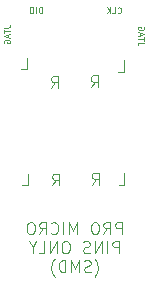
<source format=gbr>
%TF.GenerationSoftware,KiCad,Pcbnew,8.0.3+1*%
%TF.CreationDate,2024-06-27T20:46:53-04:00*%
%TF.ProjectId,XIAO_REV,5849414f-5f52-4455-962e-6b696361645f,rev?*%
%TF.SameCoordinates,Original*%
%TF.FileFunction,Legend,Bot*%
%TF.FilePolarity,Positive*%
%FSLAX46Y46*%
G04 Gerber Fmt 4.6, Leading zero omitted, Abs format (unit mm)*
G04 Created by KiCad (PCBNEW 8.0.3+1) date 2024-06-27 20:46:53*
%MOMM*%
%LPD*%
G01*
G04 APERTURE LIST*
%ADD10C,0.100000*%
G04 APERTURE END LIST*
D10*
X154013609Y-75446667D02*
X154370752Y-75446667D01*
X154370752Y-75446667D02*
X154442180Y-75422858D01*
X154442180Y-75422858D02*
X154489800Y-75375239D01*
X154489800Y-75375239D02*
X154513609Y-75303810D01*
X154513609Y-75303810D02*
X154513609Y-75256191D01*
X154013609Y-75613334D02*
X154013609Y-75899048D01*
X154513609Y-75756191D02*
X154013609Y-75756191D01*
X154370752Y-76041905D02*
X154370752Y-76280000D01*
X154513609Y-75994286D02*
X154013609Y-76160952D01*
X154013609Y-76160952D02*
X154513609Y-76327619D01*
X154037419Y-76756190D02*
X154013609Y-76708571D01*
X154013609Y-76708571D02*
X154013609Y-76637142D01*
X154013609Y-76637142D02*
X154037419Y-76565714D01*
X154037419Y-76565714D02*
X154085038Y-76518095D01*
X154085038Y-76518095D02*
X154132657Y-76494285D01*
X154132657Y-76494285D02*
X154227895Y-76470476D01*
X154227895Y-76470476D02*
X154299323Y-76470476D01*
X154299323Y-76470476D02*
X154394561Y-76494285D01*
X154394561Y-76494285D02*
X154442180Y-76518095D01*
X154442180Y-76518095D02*
X154489800Y-76565714D01*
X154489800Y-76565714D02*
X154513609Y-76637142D01*
X154513609Y-76637142D02*
X154513609Y-76684761D01*
X154513609Y-76684761D02*
X154489800Y-76756190D01*
X154489800Y-76756190D02*
X154465990Y-76779999D01*
X154465990Y-76779999D02*
X154299323Y-76779999D01*
X154299323Y-76779999D02*
X154299323Y-76684761D01*
X165856390Y-76713332D02*
X165499247Y-76713332D01*
X165499247Y-76713332D02*
X165427819Y-76737141D01*
X165427819Y-76737141D02*
X165380200Y-76784760D01*
X165380200Y-76784760D02*
X165356390Y-76856189D01*
X165356390Y-76856189D02*
X165356390Y-76903808D01*
X165856390Y-76546665D02*
X165856390Y-76260951D01*
X165356390Y-76403808D02*
X165856390Y-76403808D01*
X165499247Y-76118094D02*
X165499247Y-75879999D01*
X165356390Y-76165713D02*
X165856390Y-75999047D01*
X165856390Y-75999047D02*
X165356390Y-75832380D01*
X165832580Y-75403809D02*
X165856390Y-75451428D01*
X165856390Y-75451428D02*
X165856390Y-75522857D01*
X165856390Y-75522857D02*
X165832580Y-75594285D01*
X165832580Y-75594285D02*
X165784961Y-75641904D01*
X165784961Y-75641904D02*
X165737342Y-75665714D01*
X165737342Y-75665714D02*
X165642104Y-75689523D01*
X165642104Y-75689523D02*
X165570676Y-75689523D01*
X165570676Y-75689523D02*
X165475438Y-75665714D01*
X165475438Y-75665714D02*
X165427819Y-75641904D01*
X165427819Y-75641904D02*
X165380200Y-75594285D01*
X165380200Y-75594285D02*
X165356390Y-75522857D01*
X165356390Y-75522857D02*
X165356390Y-75475238D01*
X165356390Y-75475238D02*
X165380200Y-75403809D01*
X165380200Y-75403809D02*
X165404009Y-75380000D01*
X165404009Y-75380000D02*
X165570676Y-75380000D01*
X165570676Y-75380000D02*
X165570676Y-75475238D01*
X163627619Y-74185990D02*
X163651428Y-74209800D01*
X163651428Y-74209800D02*
X163722857Y-74233609D01*
X163722857Y-74233609D02*
X163770476Y-74233609D01*
X163770476Y-74233609D02*
X163841904Y-74209800D01*
X163841904Y-74209800D02*
X163889523Y-74162180D01*
X163889523Y-74162180D02*
X163913333Y-74114561D01*
X163913333Y-74114561D02*
X163937142Y-74019323D01*
X163937142Y-74019323D02*
X163937142Y-73947895D01*
X163937142Y-73947895D02*
X163913333Y-73852657D01*
X163913333Y-73852657D02*
X163889523Y-73805038D01*
X163889523Y-73805038D02*
X163841904Y-73757419D01*
X163841904Y-73757419D02*
X163770476Y-73733609D01*
X163770476Y-73733609D02*
X163722857Y-73733609D01*
X163722857Y-73733609D02*
X163651428Y-73757419D01*
X163651428Y-73757419D02*
X163627619Y-73781228D01*
X163175238Y-74233609D02*
X163413333Y-74233609D01*
X163413333Y-74233609D02*
X163413333Y-73733609D01*
X163008571Y-74233609D02*
X163008571Y-73733609D01*
X162722857Y-74233609D02*
X162937142Y-73947895D01*
X162722857Y-73733609D02*
X163008571Y-74019323D01*
X157211904Y-74213609D02*
X157211904Y-73713609D01*
X157211904Y-73713609D02*
X157092856Y-73713609D01*
X157092856Y-73713609D02*
X157021428Y-73737419D01*
X157021428Y-73737419D02*
X156973809Y-73785038D01*
X156973809Y-73785038D02*
X156949999Y-73832657D01*
X156949999Y-73832657D02*
X156926190Y-73927895D01*
X156926190Y-73927895D02*
X156926190Y-73999323D01*
X156926190Y-73999323D02*
X156949999Y-74094561D01*
X156949999Y-74094561D02*
X156973809Y-74142180D01*
X156973809Y-74142180D02*
X157021428Y-74189800D01*
X157021428Y-74189800D02*
X157092856Y-74213609D01*
X157092856Y-74213609D02*
X157211904Y-74213609D01*
X156711904Y-74213609D02*
X156711904Y-73713609D01*
X156378571Y-73713609D02*
X156283333Y-73713609D01*
X156283333Y-73713609D02*
X156235714Y-73737419D01*
X156235714Y-73737419D02*
X156188095Y-73785038D01*
X156188095Y-73785038D02*
X156164285Y-73880276D01*
X156164285Y-73880276D02*
X156164285Y-74046942D01*
X156164285Y-74046942D02*
X156188095Y-74142180D01*
X156188095Y-74142180D02*
X156235714Y-74189800D01*
X156235714Y-74189800D02*
X156283333Y-74213609D01*
X156283333Y-74213609D02*
X156378571Y-74213609D01*
X156378571Y-74213609D02*
X156426190Y-74189800D01*
X156426190Y-74189800D02*
X156473809Y-74142180D01*
X156473809Y-74142180D02*
X156497618Y-74046942D01*
X156497618Y-74046942D02*
X156497618Y-73880276D01*
X156497618Y-73880276D02*
X156473809Y-73785038D01*
X156473809Y-73785038D02*
X156426190Y-73737419D01*
X156426190Y-73737419D02*
X156378571Y-73713609D01*
X161350476Y-80502419D02*
X161683809Y-80026228D01*
X161921904Y-80502419D02*
X161921904Y-79502419D01*
X161921904Y-79502419D02*
X161540952Y-79502419D01*
X161540952Y-79502419D02*
X161445714Y-79550038D01*
X161445714Y-79550038D02*
X161398095Y-79597657D01*
X161398095Y-79597657D02*
X161350476Y-79692895D01*
X161350476Y-79692895D02*
X161350476Y-79835752D01*
X161350476Y-79835752D02*
X161398095Y-79930990D01*
X161398095Y-79930990D02*
X161445714Y-79978609D01*
X161445714Y-79978609D02*
X161540952Y-80026228D01*
X161540952Y-80026228D02*
X161921904Y-80026228D01*
X155470476Y-78992419D02*
X155946666Y-78992419D01*
X155946666Y-78992419D02*
X155946666Y-77992419D01*
X163650476Y-79192419D02*
X164126666Y-79192419D01*
X164126666Y-79192419D02*
X164126666Y-78192419D01*
X158080476Y-88802419D02*
X158413809Y-88326228D01*
X158651904Y-88802419D02*
X158651904Y-87802419D01*
X158651904Y-87802419D02*
X158270952Y-87802419D01*
X158270952Y-87802419D02*
X158175714Y-87850038D01*
X158175714Y-87850038D02*
X158128095Y-87897657D01*
X158128095Y-87897657D02*
X158080476Y-87992895D01*
X158080476Y-87992895D02*
X158080476Y-88135752D01*
X158080476Y-88135752D02*
X158128095Y-88230990D01*
X158128095Y-88230990D02*
X158175714Y-88278609D01*
X158175714Y-88278609D02*
X158270952Y-88326228D01*
X158270952Y-88326228D02*
X158651904Y-88326228D01*
X163720476Y-88752419D02*
X164196666Y-88752419D01*
X164196666Y-88752419D02*
X164196666Y-87752419D01*
X155540476Y-88802419D02*
X156016666Y-88802419D01*
X156016666Y-88802419D02*
X156016666Y-87802419D01*
X161440476Y-88742419D02*
X161773809Y-88266228D01*
X162011904Y-88742419D02*
X162011904Y-87742419D01*
X162011904Y-87742419D02*
X161630952Y-87742419D01*
X161630952Y-87742419D02*
X161535714Y-87790038D01*
X161535714Y-87790038D02*
X161488095Y-87837657D01*
X161488095Y-87837657D02*
X161440476Y-87932895D01*
X161440476Y-87932895D02*
X161440476Y-88075752D01*
X161440476Y-88075752D02*
X161488095Y-88170990D01*
X161488095Y-88170990D02*
X161535714Y-88218609D01*
X161535714Y-88218609D02*
X161630952Y-88266228D01*
X161630952Y-88266228D02*
X162011904Y-88266228D01*
X163989999Y-92932531D02*
X163989999Y-91932531D01*
X163989999Y-91932531D02*
X163609047Y-91932531D01*
X163609047Y-91932531D02*
X163513809Y-91980150D01*
X163513809Y-91980150D02*
X163466190Y-92027769D01*
X163466190Y-92027769D02*
X163418571Y-92123007D01*
X163418571Y-92123007D02*
X163418571Y-92265864D01*
X163418571Y-92265864D02*
X163466190Y-92361102D01*
X163466190Y-92361102D02*
X163513809Y-92408721D01*
X163513809Y-92408721D02*
X163609047Y-92456340D01*
X163609047Y-92456340D02*
X163989999Y-92456340D01*
X162418571Y-92932531D02*
X162751904Y-92456340D01*
X162989999Y-92932531D02*
X162989999Y-91932531D01*
X162989999Y-91932531D02*
X162609047Y-91932531D01*
X162609047Y-91932531D02*
X162513809Y-91980150D01*
X162513809Y-91980150D02*
X162466190Y-92027769D01*
X162466190Y-92027769D02*
X162418571Y-92123007D01*
X162418571Y-92123007D02*
X162418571Y-92265864D01*
X162418571Y-92265864D02*
X162466190Y-92361102D01*
X162466190Y-92361102D02*
X162513809Y-92408721D01*
X162513809Y-92408721D02*
X162609047Y-92456340D01*
X162609047Y-92456340D02*
X162989999Y-92456340D01*
X161799523Y-91932531D02*
X161609047Y-91932531D01*
X161609047Y-91932531D02*
X161513809Y-91980150D01*
X161513809Y-91980150D02*
X161418571Y-92075388D01*
X161418571Y-92075388D02*
X161370952Y-92265864D01*
X161370952Y-92265864D02*
X161370952Y-92599197D01*
X161370952Y-92599197D02*
X161418571Y-92789673D01*
X161418571Y-92789673D02*
X161513809Y-92884912D01*
X161513809Y-92884912D02*
X161609047Y-92932531D01*
X161609047Y-92932531D02*
X161799523Y-92932531D01*
X161799523Y-92932531D02*
X161894761Y-92884912D01*
X161894761Y-92884912D02*
X161989999Y-92789673D01*
X161989999Y-92789673D02*
X162037618Y-92599197D01*
X162037618Y-92599197D02*
X162037618Y-92265864D01*
X162037618Y-92265864D02*
X161989999Y-92075388D01*
X161989999Y-92075388D02*
X161894761Y-91980150D01*
X161894761Y-91980150D02*
X161799523Y-91932531D01*
X160180475Y-92932531D02*
X160180475Y-91932531D01*
X160180475Y-91932531D02*
X159847142Y-92646816D01*
X159847142Y-92646816D02*
X159513809Y-91932531D01*
X159513809Y-91932531D02*
X159513809Y-92932531D01*
X159037618Y-92932531D02*
X159037618Y-91932531D01*
X157990000Y-92837292D02*
X158037619Y-92884912D01*
X158037619Y-92884912D02*
X158180476Y-92932531D01*
X158180476Y-92932531D02*
X158275714Y-92932531D01*
X158275714Y-92932531D02*
X158418571Y-92884912D01*
X158418571Y-92884912D02*
X158513809Y-92789673D01*
X158513809Y-92789673D02*
X158561428Y-92694435D01*
X158561428Y-92694435D02*
X158609047Y-92503959D01*
X158609047Y-92503959D02*
X158609047Y-92361102D01*
X158609047Y-92361102D02*
X158561428Y-92170626D01*
X158561428Y-92170626D02*
X158513809Y-92075388D01*
X158513809Y-92075388D02*
X158418571Y-91980150D01*
X158418571Y-91980150D02*
X158275714Y-91932531D01*
X158275714Y-91932531D02*
X158180476Y-91932531D01*
X158180476Y-91932531D02*
X158037619Y-91980150D01*
X158037619Y-91980150D02*
X157990000Y-92027769D01*
X156990000Y-92932531D02*
X157323333Y-92456340D01*
X157561428Y-92932531D02*
X157561428Y-91932531D01*
X157561428Y-91932531D02*
X157180476Y-91932531D01*
X157180476Y-91932531D02*
X157085238Y-91980150D01*
X157085238Y-91980150D02*
X157037619Y-92027769D01*
X157037619Y-92027769D02*
X156990000Y-92123007D01*
X156990000Y-92123007D02*
X156990000Y-92265864D01*
X156990000Y-92265864D02*
X157037619Y-92361102D01*
X157037619Y-92361102D02*
X157085238Y-92408721D01*
X157085238Y-92408721D02*
X157180476Y-92456340D01*
X157180476Y-92456340D02*
X157561428Y-92456340D01*
X156370952Y-91932531D02*
X156180476Y-91932531D01*
X156180476Y-91932531D02*
X156085238Y-91980150D01*
X156085238Y-91980150D02*
X155990000Y-92075388D01*
X155990000Y-92075388D02*
X155942381Y-92265864D01*
X155942381Y-92265864D02*
X155942381Y-92599197D01*
X155942381Y-92599197D02*
X155990000Y-92789673D01*
X155990000Y-92789673D02*
X156085238Y-92884912D01*
X156085238Y-92884912D02*
X156180476Y-92932531D01*
X156180476Y-92932531D02*
X156370952Y-92932531D01*
X156370952Y-92932531D02*
X156466190Y-92884912D01*
X156466190Y-92884912D02*
X156561428Y-92789673D01*
X156561428Y-92789673D02*
X156609047Y-92599197D01*
X156609047Y-92599197D02*
X156609047Y-92265864D01*
X156609047Y-92265864D02*
X156561428Y-92075388D01*
X156561428Y-92075388D02*
X156466190Y-91980150D01*
X156466190Y-91980150D02*
X156370952Y-91932531D01*
X163751904Y-94542475D02*
X163751904Y-93542475D01*
X163751904Y-93542475D02*
X163370952Y-93542475D01*
X163370952Y-93542475D02*
X163275714Y-93590094D01*
X163275714Y-93590094D02*
X163228095Y-93637713D01*
X163228095Y-93637713D02*
X163180476Y-93732951D01*
X163180476Y-93732951D02*
X163180476Y-93875808D01*
X163180476Y-93875808D02*
X163228095Y-93971046D01*
X163228095Y-93971046D02*
X163275714Y-94018665D01*
X163275714Y-94018665D02*
X163370952Y-94066284D01*
X163370952Y-94066284D02*
X163751904Y-94066284D01*
X162751904Y-94542475D02*
X162751904Y-93542475D01*
X162275714Y-94542475D02*
X162275714Y-93542475D01*
X162275714Y-93542475D02*
X161704286Y-94542475D01*
X161704286Y-94542475D02*
X161704286Y-93542475D01*
X161275714Y-94494856D02*
X161132857Y-94542475D01*
X161132857Y-94542475D02*
X160894762Y-94542475D01*
X160894762Y-94542475D02*
X160799524Y-94494856D01*
X160799524Y-94494856D02*
X160751905Y-94447236D01*
X160751905Y-94447236D02*
X160704286Y-94351998D01*
X160704286Y-94351998D02*
X160704286Y-94256760D01*
X160704286Y-94256760D02*
X160751905Y-94161522D01*
X160751905Y-94161522D02*
X160799524Y-94113903D01*
X160799524Y-94113903D02*
X160894762Y-94066284D01*
X160894762Y-94066284D02*
X161085238Y-94018665D01*
X161085238Y-94018665D02*
X161180476Y-93971046D01*
X161180476Y-93971046D02*
X161228095Y-93923427D01*
X161228095Y-93923427D02*
X161275714Y-93828189D01*
X161275714Y-93828189D02*
X161275714Y-93732951D01*
X161275714Y-93732951D02*
X161228095Y-93637713D01*
X161228095Y-93637713D02*
X161180476Y-93590094D01*
X161180476Y-93590094D02*
X161085238Y-93542475D01*
X161085238Y-93542475D02*
X160847143Y-93542475D01*
X160847143Y-93542475D02*
X160704286Y-93590094D01*
X159323333Y-93542475D02*
X159132857Y-93542475D01*
X159132857Y-93542475D02*
X159037619Y-93590094D01*
X159037619Y-93590094D02*
X158942381Y-93685332D01*
X158942381Y-93685332D02*
X158894762Y-93875808D01*
X158894762Y-93875808D02*
X158894762Y-94209141D01*
X158894762Y-94209141D02*
X158942381Y-94399617D01*
X158942381Y-94399617D02*
X159037619Y-94494856D01*
X159037619Y-94494856D02*
X159132857Y-94542475D01*
X159132857Y-94542475D02*
X159323333Y-94542475D01*
X159323333Y-94542475D02*
X159418571Y-94494856D01*
X159418571Y-94494856D02*
X159513809Y-94399617D01*
X159513809Y-94399617D02*
X159561428Y-94209141D01*
X159561428Y-94209141D02*
X159561428Y-93875808D01*
X159561428Y-93875808D02*
X159513809Y-93685332D01*
X159513809Y-93685332D02*
X159418571Y-93590094D01*
X159418571Y-93590094D02*
X159323333Y-93542475D01*
X158466190Y-94542475D02*
X158466190Y-93542475D01*
X158466190Y-93542475D02*
X157894762Y-94542475D01*
X157894762Y-94542475D02*
X157894762Y-93542475D01*
X156942381Y-94542475D02*
X157418571Y-94542475D01*
X157418571Y-94542475D02*
X157418571Y-93542475D01*
X156418571Y-94066284D02*
X156418571Y-94542475D01*
X156751904Y-93542475D02*
X156418571Y-94066284D01*
X156418571Y-94066284D02*
X156085238Y-93542475D01*
X161680476Y-96533371D02*
X161728095Y-96485752D01*
X161728095Y-96485752D02*
X161823333Y-96342895D01*
X161823333Y-96342895D02*
X161870952Y-96247657D01*
X161870952Y-96247657D02*
X161918571Y-96104800D01*
X161918571Y-96104800D02*
X161966190Y-95866704D01*
X161966190Y-95866704D02*
X161966190Y-95676228D01*
X161966190Y-95676228D02*
X161918571Y-95438133D01*
X161918571Y-95438133D02*
X161870952Y-95295276D01*
X161870952Y-95295276D02*
X161823333Y-95200038D01*
X161823333Y-95200038D02*
X161728095Y-95057180D01*
X161728095Y-95057180D02*
X161680476Y-95009561D01*
X161347142Y-96104800D02*
X161204285Y-96152419D01*
X161204285Y-96152419D02*
X160966190Y-96152419D01*
X160966190Y-96152419D02*
X160870952Y-96104800D01*
X160870952Y-96104800D02*
X160823333Y-96057180D01*
X160823333Y-96057180D02*
X160775714Y-95961942D01*
X160775714Y-95961942D02*
X160775714Y-95866704D01*
X160775714Y-95866704D02*
X160823333Y-95771466D01*
X160823333Y-95771466D02*
X160870952Y-95723847D01*
X160870952Y-95723847D02*
X160966190Y-95676228D01*
X160966190Y-95676228D02*
X161156666Y-95628609D01*
X161156666Y-95628609D02*
X161251904Y-95580990D01*
X161251904Y-95580990D02*
X161299523Y-95533371D01*
X161299523Y-95533371D02*
X161347142Y-95438133D01*
X161347142Y-95438133D02*
X161347142Y-95342895D01*
X161347142Y-95342895D02*
X161299523Y-95247657D01*
X161299523Y-95247657D02*
X161251904Y-95200038D01*
X161251904Y-95200038D02*
X161156666Y-95152419D01*
X161156666Y-95152419D02*
X160918571Y-95152419D01*
X160918571Y-95152419D02*
X160775714Y-95200038D01*
X160347142Y-96152419D02*
X160347142Y-95152419D01*
X160347142Y-95152419D02*
X160013809Y-95866704D01*
X160013809Y-95866704D02*
X159680476Y-95152419D01*
X159680476Y-95152419D02*
X159680476Y-96152419D01*
X159204285Y-96152419D02*
X159204285Y-95152419D01*
X159204285Y-95152419D02*
X158966190Y-95152419D01*
X158966190Y-95152419D02*
X158823333Y-95200038D01*
X158823333Y-95200038D02*
X158728095Y-95295276D01*
X158728095Y-95295276D02*
X158680476Y-95390514D01*
X158680476Y-95390514D02*
X158632857Y-95580990D01*
X158632857Y-95580990D02*
X158632857Y-95723847D01*
X158632857Y-95723847D02*
X158680476Y-95914323D01*
X158680476Y-95914323D02*
X158728095Y-96009561D01*
X158728095Y-96009561D02*
X158823333Y-96104800D01*
X158823333Y-96104800D02*
X158966190Y-96152419D01*
X158966190Y-96152419D02*
X159204285Y-96152419D01*
X158299523Y-96533371D02*
X158251904Y-96485752D01*
X158251904Y-96485752D02*
X158156666Y-96342895D01*
X158156666Y-96342895D02*
X158109047Y-96247657D01*
X158109047Y-96247657D02*
X158061428Y-96104800D01*
X158061428Y-96104800D02*
X158013809Y-95866704D01*
X158013809Y-95866704D02*
X158013809Y-95676228D01*
X158013809Y-95676228D02*
X158061428Y-95438133D01*
X158061428Y-95438133D02*
X158109047Y-95295276D01*
X158109047Y-95295276D02*
X158156666Y-95200038D01*
X158156666Y-95200038D02*
X158251904Y-95057180D01*
X158251904Y-95057180D02*
X158299523Y-95009561D01*
X157990476Y-80562419D02*
X158323809Y-80086228D01*
X158561904Y-80562419D02*
X158561904Y-79562419D01*
X158561904Y-79562419D02*
X158180952Y-79562419D01*
X158180952Y-79562419D02*
X158085714Y-79610038D01*
X158085714Y-79610038D02*
X158038095Y-79657657D01*
X158038095Y-79657657D02*
X157990476Y-79752895D01*
X157990476Y-79752895D02*
X157990476Y-79895752D01*
X157990476Y-79895752D02*
X158038095Y-79990990D01*
X158038095Y-79990990D02*
X158085714Y-80038609D01*
X158085714Y-80038609D02*
X158180952Y-80086228D01*
X158180952Y-80086228D02*
X158561904Y-80086228D01*
M02*

</source>
